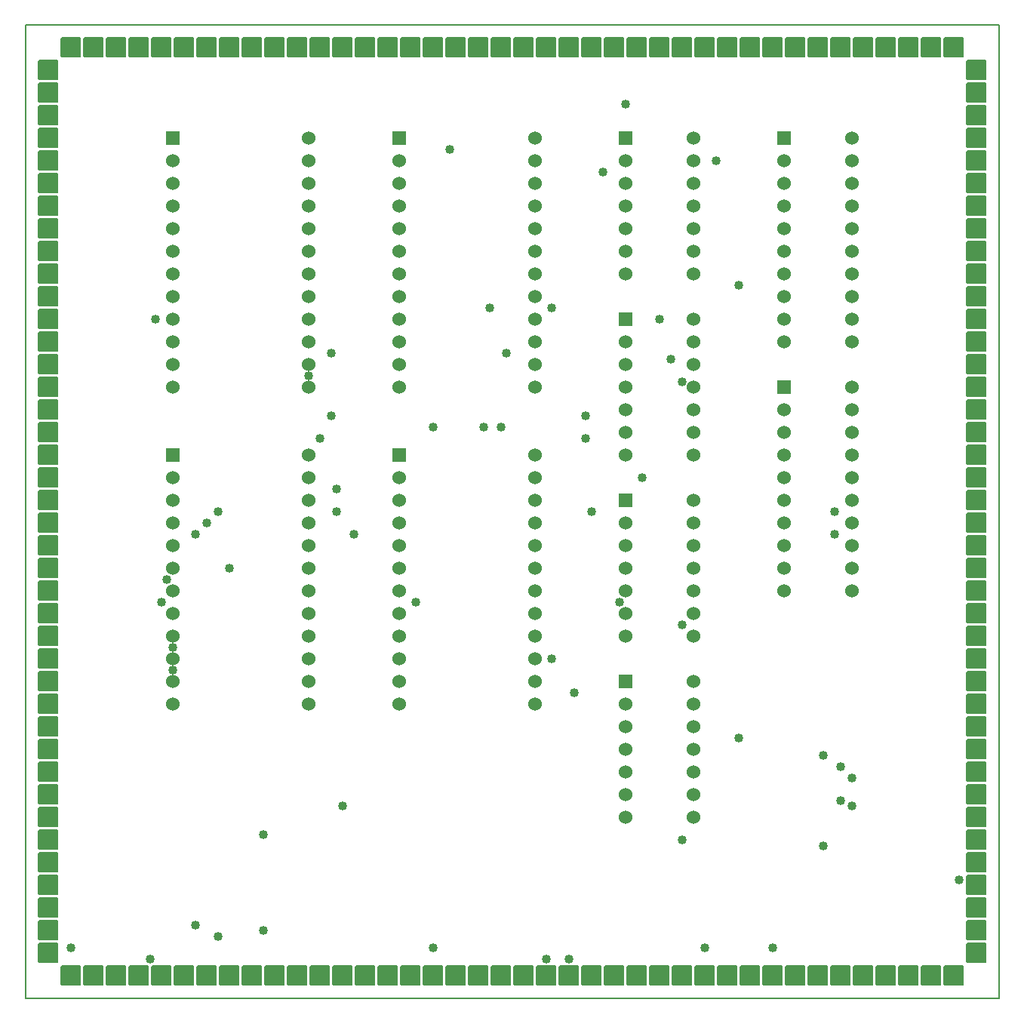
<source format=gbr>
G04 PROTEUS GERBER X2 FILE*
%TF.GenerationSoftware,Labcenter,Proteus,8.13-SP0-Build31525*%
%TF.CreationDate,2022-07-18T16:51:56+00:00*%
%TF.FileFunction,Soldermask,Top*%
%TF.FilePolarity,Negative*%
%TF.Part,Single*%
%TF.SameCoordinates,{ef34fe09-6a13-4269-aa04-aafbd3ed972e}*%
%FSLAX45Y45*%
%MOMM*%
G01*
%TA.AperFunction,Material*%
%ADD17C,1.016000*%
%AMPPAD008*
4,1,36,
-1.016000,1.143000,
1.016000,1.143000,
1.041970,1.140470,
1.065980,1.133200,
1.087580,1.121650,
1.106290,1.106290,
1.121650,1.087570,
1.133200,1.065980,
1.140470,1.041970,
1.143000,1.016000,
1.143000,-1.016000,
1.140470,-1.041970,
1.133200,-1.065980,
1.121650,-1.087570,
1.106290,-1.106290,
1.087580,-1.121650,
1.065980,-1.133200,
1.041970,-1.140470,
1.016000,-1.143000,
-1.016000,-1.143000,
-1.041970,-1.140470,
-1.065980,-1.133200,
-1.087580,-1.121650,
-1.106290,-1.106290,
-1.121650,-1.087570,
-1.133200,-1.065980,
-1.140470,-1.041970,
-1.143000,-1.016000,
-1.143000,1.016000,
-1.140470,1.041970,
-1.133200,1.065980,
-1.121650,1.087570,
-1.106290,1.106290,
-1.087580,1.121650,
-1.065980,1.133200,
-1.041970,1.140470,
-1.016000,1.143000,
0*%
%TA.AperFunction,Material*%
%ADD18PPAD008*%
%AMPPAD009*
4,1,36,
1.143000,1.016000,
1.143000,-1.016000,
1.140470,-1.041970,
1.133200,-1.065980,
1.121650,-1.087580,
1.106290,-1.106290,
1.087570,-1.121650,
1.065980,-1.133200,
1.041970,-1.140470,
1.016000,-1.143000,
-1.016000,-1.143000,
-1.041970,-1.140470,
-1.065980,-1.133200,
-1.087570,-1.121650,
-1.106290,-1.106290,
-1.121650,-1.087580,
-1.133200,-1.065980,
-1.140470,-1.041970,
-1.143000,-1.016000,
-1.143000,1.016000,
-1.140470,1.041970,
-1.133200,1.065980,
-1.121650,1.087580,
-1.106290,1.106290,
-1.087570,1.121650,
-1.065980,1.133200,
-1.041970,1.140470,
-1.016000,1.143000,
1.016000,1.143000,
1.041970,1.140470,
1.065980,1.133200,
1.087570,1.121650,
1.106290,1.106290,
1.121650,1.087580,
1.133200,1.065980,
1.140470,1.041970,
1.143000,1.016000,
0*%
%ADD19PPAD009*%
%AMPPAD010*
4,1,36,
0.762000,0.635000,
0.762000,-0.635000,
0.759470,-0.660970,
0.752200,-0.684980,
0.740650,-0.706580,
0.725290,-0.725290,
0.706570,-0.740650,
0.684980,-0.752200,
0.660970,-0.759470,
0.635000,-0.762000,
-0.635000,-0.762000,
-0.660970,-0.759470,
-0.684980,-0.752200,
-0.706570,-0.740650,
-0.725290,-0.725290,
-0.740650,-0.706580,
-0.752200,-0.684980,
-0.759470,-0.660970,
-0.762000,-0.635000,
-0.762000,0.635000,
-0.759470,0.660970,
-0.752200,0.684980,
-0.740650,0.706580,
-0.725290,0.725290,
-0.706570,0.740650,
-0.684980,0.752200,
-0.660970,0.759470,
-0.635000,0.762000,
0.635000,0.762000,
0.660970,0.759470,
0.684980,0.752200,
0.706570,0.740650,
0.725290,0.725290,
0.740650,0.706580,
0.752200,0.684980,
0.759470,0.660970,
0.762000,0.635000,
0*%
%TA.AperFunction,Material*%
%ADD70PPAD010*%
%ADD71C,1.524000*%
%TA.AperFunction,Profile*%
%ADD15C,0.203200*%
%TD.AperFunction*%
D17*
X+1905000Y+1206500D03*
X-1778000Y-508000D03*
X-3556000Y-508000D03*
X-3556000Y-4889500D03*
X-3302000Y-254000D03*
X-3302000Y-5016500D03*
X-1968500Y-254000D03*
X-1968500Y+0D03*
X-1905000Y-3556000D03*
X-1079500Y-1270000D03*
X-3937000Y-1270000D03*
X-3873500Y-1016000D03*
X-3429000Y-381000D03*
X-3175000Y-889000D03*
X-4953000Y-5143500D03*
X-889000Y-5143500D03*
X-2032000Y+1524000D03*
X-63500Y+1524000D03*
X-2032000Y+825500D03*
X-127000Y+698500D03*
X-2159000Y+571500D03*
X+825500Y+571500D03*
X-4064000Y-5270500D03*
X-2794000Y-4953000D03*
X+381000Y-5270500D03*
X-2794000Y-3873500D03*
X+635000Y-5270500D03*
X+889000Y-254000D03*
X+1270000Y+4318000D03*
X-4000500Y+1905000D03*
X+444500Y-1905000D03*
X+825500Y+825500D03*
X-2286000Y+1270000D03*
X+1905000Y-1524000D03*
X-3810000Y-1778000D03*
X+2540000Y-2794000D03*
X+2540000Y+2286000D03*
X+698500Y-2286000D03*
X-3810000Y-2032000D03*
X+444500Y+2032000D03*
X-254000Y+2032000D03*
X+1016000Y+3556000D03*
X+2286000Y+3683000D03*
X+3683000Y-3111500D03*
X+3683000Y-3492500D03*
X+3810000Y-3556000D03*
X+3810000Y-3238500D03*
X+3619500Y-254000D03*
X+3619500Y-508000D03*
X+2921000Y-5143500D03*
X+2159000Y-5143500D03*
X+3492500Y-2984500D03*
X+3492500Y-4000500D03*
X+1206500Y-1270000D03*
X+1778000Y+1460500D03*
X-889000Y+698500D03*
X-317500Y+698500D03*
X+5016500Y-4381500D03*
X+1905000Y-3937000D03*
X+1460500Y+127000D03*
X-698500Y+3810000D03*
X+1651000Y+1905000D03*
D18*
X-2921000Y+4953000D03*
X-2667000Y+4953000D03*
X-2413000Y+4953000D03*
X-2159000Y+4953000D03*
X-1905000Y+4953000D03*
X-1651000Y+4953000D03*
X-1397000Y+4953000D03*
X-1143000Y+4953000D03*
X-889000Y+4953000D03*
X-635000Y+4953000D03*
X-381000Y+4953000D03*
X-127000Y+4953000D03*
X+127000Y+4953000D03*
X+381000Y+4953000D03*
X+635000Y+4953000D03*
X+889000Y+4953000D03*
X+1143000Y+4953000D03*
X+1397000Y+4953000D03*
X+1651000Y+4953000D03*
X+1905000Y+4953000D03*
X+2159000Y+4953000D03*
X+2413000Y+4953000D03*
X+2667000Y+4953000D03*
X+2921000Y+4953000D03*
X+3175000Y+4953000D03*
X+3429000Y+4953000D03*
X+3683000Y+4953000D03*
X+3937000Y+4953000D03*
X+4191000Y+4953000D03*
X+4445000Y+4953000D03*
X+4699000Y+4953000D03*
X+4953000Y+4953000D03*
X-4953000Y+4953000D03*
X-4699000Y+4953000D03*
X-4445000Y+4953000D03*
X-4191000Y+4953000D03*
X-3937000Y+4953000D03*
X-3683000Y+4953000D03*
X-3429000Y+4953000D03*
X-3175000Y+4953000D03*
X-4953000Y-5461000D03*
X-4699000Y-5461000D03*
X-4445000Y-5461000D03*
X-4191000Y-5461000D03*
X-3937000Y-5461000D03*
X-3683000Y-5461000D03*
X-3429000Y-5461000D03*
X-3175000Y-5461000D03*
X-2921000Y-5461000D03*
X-2667000Y-5461000D03*
X-2413000Y-5461000D03*
X-2159000Y-5461000D03*
X-1905000Y-5461000D03*
X-1651000Y-5461000D03*
X-1397000Y-5461000D03*
X-1143000Y-5461000D03*
X-889000Y-5461000D03*
X-635000Y-5461000D03*
X-381000Y-5461000D03*
X-127000Y-5461000D03*
X+127000Y-5461000D03*
X+381000Y-5461000D03*
X+635000Y-5461000D03*
X+889000Y-5461000D03*
X+1143000Y-5461000D03*
X+1397000Y-5461000D03*
X+1651000Y-5461000D03*
X+1905000Y-5461000D03*
X+2159000Y-5461000D03*
X+2413000Y-5461000D03*
X+2667000Y-5461000D03*
X+2921000Y-5461000D03*
X+3175000Y-5461000D03*
X+3429000Y-5461000D03*
X+3683000Y-5461000D03*
X+3937000Y-5461000D03*
X+4191000Y-5461000D03*
X+4445000Y-5461000D03*
X+4699000Y-5461000D03*
X+4953000Y-5461000D03*
D19*
X-5207000Y+4699000D03*
X-5207000Y+4445000D03*
X-5207000Y+4191000D03*
X-5207000Y+3937000D03*
X-5207000Y+3683000D03*
X-5207000Y+3429000D03*
X-5207000Y+3175000D03*
X-5207000Y+2921000D03*
X-5207000Y+2667000D03*
X-5207000Y+2413000D03*
X-5207000Y+2159000D03*
X-5207000Y+1905000D03*
X-5207000Y+1651000D03*
X-5207000Y+1397000D03*
X-5207000Y+1143000D03*
X-5207000Y+889000D03*
X-5207000Y+635000D03*
X-5207000Y+381000D03*
X-5207000Y+127000D03*
X-5207000Y-127000D03*
X-5207000Y-381000D03*
X-5207000Y-635000D03*
X-5207000Y-889000D03*
X-5207000Y-1143000D03*
X-5207000Y-1397000D03*
X-5207000Y-1651000D03*
X-5207000Y-1905000D03*
X-5207000Y-2159000D03*
X-5207000Y-2413000D03*
X-5207000Y-2667000D03*
X-5207000Y-2921000D03*
X-5207000Y-3175000D03*
X-5207000Y-3429000D03*
X-5207000Y-3683000D03*
X-5207000Y-3937000D03*
X-5207000Y-4191000D03*
X-5207000Y-4445000D03*
X-5207000Y-4699000D03*
X-5207000Y-4953000D03*
X-5207000Y-5207000D03*
X+5207000Y+4699000D03*
X+5207000Y+4445000D03*
X+5207000Y+4191000D03*
X+5207000Y+3937000D03*
X+5207000Y+3683000D03*
X+5207000Y+3429000D03*
X+5207000Y+3175000D03*
X+5207000Y+2921000D03*
X+5207000Y+2667000D03*
X+5207000Y+2413000D03*
X+5207000Y+2159000D03*
X+5207000Y+1905000D03*
X+5207000Y+1651000D03*
X+5207000Y+1397000D03*
X+5207000Y+1143000D03*
X+5207000Y+889000D03*
X+5207000Y+635000D03*
X+5207000Y+381000D03*
X+5207000Y+127000D03*
X+5207000Y-127000D03*
X+5207000Y-381000D03*
X+5207000Y-635000D03*
X+5207000Y-889000D03*
X+5207000Y-1143000D03*
X+5207000Y-1397000D03*
X+5207000Y-1651000D03*
X+5207000Y-1905000D03*
X+5207000Y-2159000D03*
X+5207000Y-2413000D03*
X+5207000Y-2667000D03*
X+5207000Y-2921000D03*
X+5207000Y-3175000D03*
X+5207000Y-3429000D03*
X+5207000Y-3683000D03*
X+5207000Y-3937000D03*
X+5207000Y-4191000D03*
X+5207000Y-4445000D03*
X+5207000Y-4699000D03*
X+5207000Y-4953000D03*
X+5207000Y-5207000D03*
D70*
X-3810000Y+3937000D03*
D71*
X-3810000Y+3683000D03*
X-3810000Y+3429000D03*
X-3810000Y+3175000D03*
X-3810000Y+2921000D03*
X-3810000Y+2667000D03*
X-3810000Y+2413000D03*
X-3810000Y+2159000D03*
X-3810000Y+1905000D03*
X-3810000Y+1651000D03*
X-3810000Y+1397000D03*
X-3810000Y+1143000D03*
X-2286000Y+1143000D03*
X-2286000Y+1397000D03*
X-2286000Y+1651000D03*
X-2286000Y+1905000D03*
X-2286000Y+2159000D03*
X-2286000Y+2413000D03*
X-2286000Y+2667000D03*
X-2286000Y+2921000D03*
X-2286000Y+3175000D03*
X-2286000Y+3429000D03*
X-2286000Y+3683000D03*
X-2286000Y+3937000D03*
D70*
X-3810000Y+381000D03*
D71*
X-3810000Y+127000D03*
X-3810000Y-127000D03*
X-3810000Y-381000D03*
X-3810000Y-635000D03*
X-3810000Y-889000D03*
X-3810000Y-1143000D03*
X-3810000Y-1397000D03*
X-3810000Y-1651000D03*
X-3810000Y-1905000D03*
X-3810000Y-2159000D03*
X-3810000Y-2413000D03*
X-2286000Y-2413000D03*
X-2286000Y-2159000D03*
X-2286000Y-1905000D03*
X-2286000Y-1651000D03*
X-2286000Y-1397000D03*
X-2286000Y-1143000D03*
X-2286000Y-889000D03*
X-2286000Y-635000D03*
X-2286000Y-381000D03*
X-2286000Y-127000D03*
X-2286000Y+127000D03*
X-2286000Y+381000D03*
D70*
X-1270000Y+3937000D03*
D71*
X-1270000Y+3683000D03*
X-1270000Y+3429000D03*
X-1270000Y+3175000D03*
X-1270000Y+2921000D03*
X-1270000Y+2667000D03*
X-1270000Y+2413000D03*
X-1270000Y+2159000D03*
X-1270000Y+1905000D03*
X-1270000Y+1651000D03*
X-1270000Y+1397000D03*
X-1270000Y+1143000D03*
X+254000Y+1143000D03*
X+254000Y+1397000D03*
X+254000Y+1651000D03*
X+254000Y+1905000D03*
X+254000Y+2159000D03*
X+254000Y+2413000D03*
X+254000Y+2667000D03*
X+254000Y+2921000D03*
X+254000Y+3175000D03*
X+254000Y+3429000D03*
X+254000Y+3683000D03*
X+254000Y+3937000D03*
D70*
X-1270000Y+381000D03*
D71*
X-1270000Y+127000D03*
X-1270000Y-127000D03*
X-1270000Y-381000D03*
X-1270000Y-635000D03*
X-1270000Y-889000D03*
X-1270000Y-1143000D03*
X-1270000Y-1397000D03*
X-1270000Y-1651000D03*
X-1270000Y-1905000D03*
X-1270000Y-2159000D03*
X-1270000Y-2413000D03*
X+254000Y-2413000D03*
X+254000Y-2159000D03*
X+254000Y-1905000D03*
X+254000Y-1651000D03*
X+254000Y-1397000D03*
X+254000Y-1143000D03*
X+254000Y-889000D03*
X+254000Y-635000D03*
X+254000Y-381000D03*
X+254000Y-127000D03*
X+254000Y+127000D03*
X+254000Y+381000D03*
D70*
X+1270000Y+3937000D03*
D71*
X+1270000Y+3683000D03*
X+1270000Y+3429000D03*
X+1270000Y+3175000D03*
X+1270000Y+2921000D03*
X+1270000Y+2667000D03*
X+1270000Y+2413000D03*
X+2032000Y+2413000D03*
X+2032000Y+2667000D03*
X+2032000Y+2921000D03*
X+2032000Y+3175000D03*
X+2032000Y+3429000D03*
X+2032000Y+3683000D03*
X+2032000Y+3937000D03*
D70*
X+1270000Y+1905000D03*
D71*
X+1270000Y+1651000D03*
X+1270000Y+1397000D03*
X+1270000Y+1143000D03*
X+1270000Y+889000D03*
X+1270000Y+635000D03*
X+1270000Y+381000D03*
X+2032000Y+381000D03*
X+2032000Y+635000D03*
X+2032000Y+889000D03*
X+2032000Y+1143000D03*
X+2032000Y+1397000D03*
X+2032000Y+1651000D03*
X+2032000Y+1905000D03*
D70*
X+1270000Y-127000D03*
D71*
X+1270000Y-381000D03*
X+1270000Y-635000D03*
X+1270000Y-889000D03*
X+1270000Y-1143000D03*
X+1270000Y-1397000D03*
X+1270000Y-1651000D03*
X+2032000Y-1651000D03*
X+2032000Y-1397000D03*
X+2032000Y-1143000D03*
X+2032000Y-889000D03*
X+2032000Y-635000D03*
X+2032000Y-381000D03*
X+2032000Y-127000D03*
D70*
X+1270000Y-2159000D03*
D71*
X+1270000Y-2413000D03*
X+1270000Y-2667000D03*
X+1270000Y-2921000D03*
X+1270000Y-3175000D03*
X+1270000Y-3429000D03*
X+1270000Y-3683000D03*
X+2032000Y-3683000D03*
X+2032000Y-3429000D03*
X+2032000Y-3175000D03*
X+2032000Y-2921000D03*
X+2032000Y-2667000D03*
X+2032000Y-2413000D03*
X+2032000Y-2159000D03*
D70*
X+3048000Y+3937000D03*
D71*
X+3048000Y+3683000D03*
X+3048000Y+3429000D03*
X+3048000Y+3175000D03*
X+3048000Y+2921000D03*
X+3048000Y+2667000D03*
X+3048000Y+2413000D03*
X+3048000Y+2159000D03*
X+3048000Y+1905000D03*
X+3048000Y+1651000D03*
X+3810000Y+1651000D03*
X+3810000Y+1905000D03*
X+3810000Y+2159000D03*
X+3810000Y+2413000D03*
X+3810000Y+2667000D03*
X+3810000Y+2921000D03*
X+3810000Y+3175000D03*
X+3810000Y+3429000D03*
X+3810000Y+3683000D03*
X+3810000Y+3937000D03*
D70*
X+3048000Y+1143000D03*
D71*
X+3048000Y+889000D03*
X+3048000Y+635000D03*
X+3048000Y+381000D03*
X+3048000Y+127000D03*
X+3048000Y-127000D03*
X+3048000Y-381000D03*
X+3048000Y-635000D03*
X+3048000Y-889000D03*
X+3048000Y-1143000D03*
X+3810000Y-1143000D03*
X+3810000Y-889000D03*
X+3810000Y-635000D03*
X+3810000Y-381000D03*
X+3810000Y-127000D03*
X+3810000Y+127000D03*
X+3810000Y+381000D03*
X+3810000Y+635000D03*
X+3810000Y+889000D03*
X+3810000Y+1143000D03*
D15*
X-5461000Y-5715000D02*
X+5461000Y-5715000D01*
X+5461000Y+5207000D01*
X-5461000Y+5207000D01*
X-5461000Y-5715000D01*
M02*

</source>
